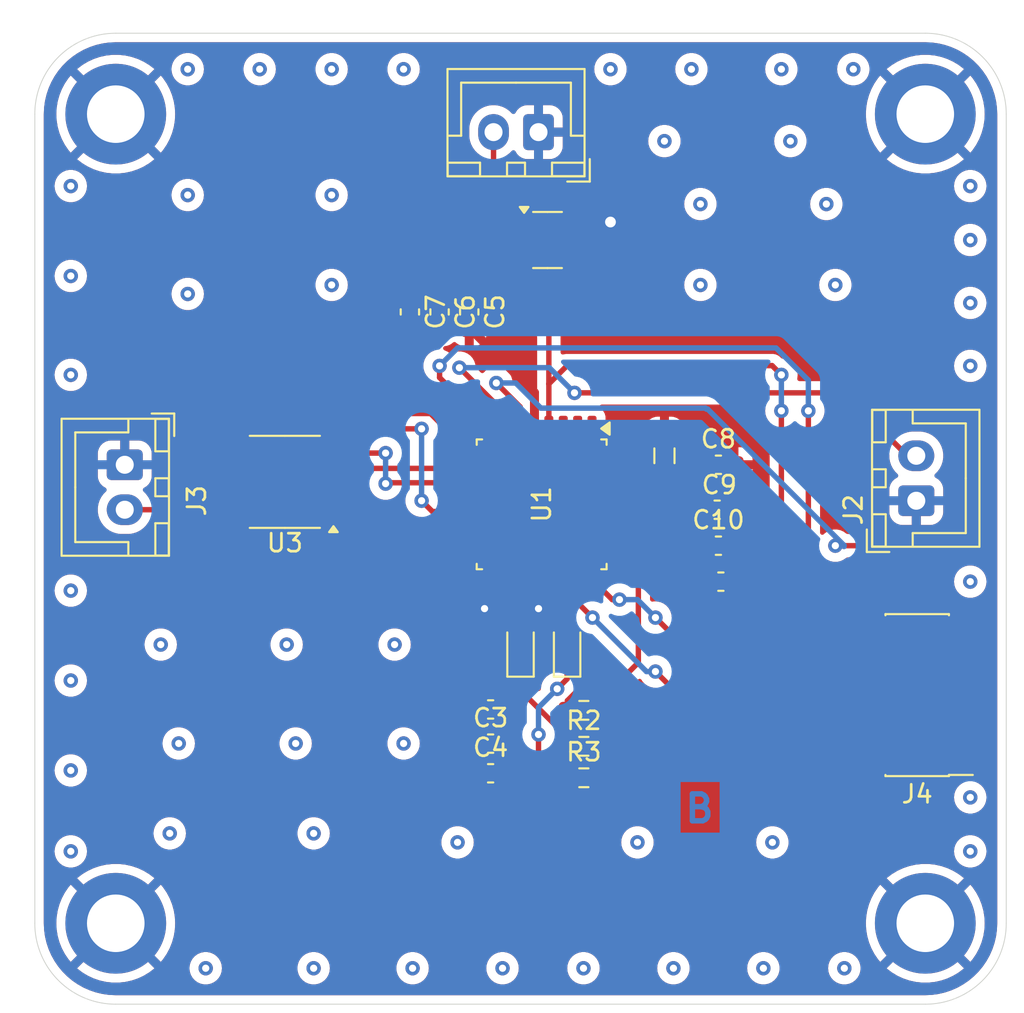
<source format=kicad_pcb>
(kicad_pcb (version 20240108) (generator "pcbnew") (generator_version "8.0")
  (layers (0 "F.Cu" signal) (31 "B.Cu" signal) (34 "B.Paste" user) (35 "F.Paste" user) (36 "B.SilkS" user "B.Silkscreen") (37 "F.SilkS" user "F.Silkscreen") (38 "B.Mask" user) (39 "F.Mask" user) (44 "Edge.Cuts" user))
  (net 0 "")
  (net 1 "GND")
  (net 2 "NRST")
  (net 3 "5V")
  (net 4 "/LED_Status")
  (net 5 "Net-(D1-K)")
  (net 6 "Net-(D2-K)")
  (net 7 "ADC_IN1")
  (net 8 "DAC_OUT")
  (net 10 "USART2_TX")
  (net 13 "SYS_SWCLK")
  (net 15 "SYS_SWDIO")
  (net 16 "USART2_RX")
  (net 18 "Net-(U1-PB9)")
  (net 20 "DAC_nCS")
  (net 22 "SPI1_MOSI")
  (net 30 "DAC_nLDAC")
  (net 36 "SPI1_SCK")
  (footprint "Diode_SMD:D_0603_1608Metric_Pad1.05x0.95mm_HandSolder" (layer "F.Cu") (at 145.09 74.625 90)
    (property "Reference" "D2" (hide yes))
    (property "Value" "LED" (hide yes))
    (fp_line (start 0.8 -0.735) (end -1.66 -0.735) (stroke (width 0.12)) (layer "F.SilkS"))
    (fp_line (start -1.66 -0.735) (end -1.66 0.735) (stroke (width 0.12)) (layer "F.SilkS"))
    (fp_line (start -1.66 0.735) (end 0.8 0.735) (stroke (width 0.12)) (layer "F.SilkS"))
    (pad "1" smd roundrect (at -0.875 0 90) (size 1.05 0.95) (layers "F.Cu" "F.Paste" "F.Mask") (net 6 "Net-(D2-K)"))
    (pad "2" smd roundrect (at 0.875 0 90) (size 1.05 0.95) (layers "F.Cu" "F.Paste" "F.Mask") (net 1 "GND"))
  )
  (footprint "Connector_JST:JST_XH_B2B-XH-A_1x02_P2.50mm_Vertical" (layer "F.Cu") (at 164.5 66.5 90)
    (property "Reference" "J2" (at -0.5 -3.5 90) (layer "F.SilkS"))
    (property "Value" "Analog input")
    (fp_line (start -1.6 -2.75) (end -2.85 -2.75) (stroke (width 0.12)) (layer "F.SilkS"))
    (fp_line (start -2.85 -2.75) (end -2.85 -1.5) (stroke (width 0.12)) (layer "F.SilkS"))
    (fp_line (start 5.06 -2.46) (end -2.56 -2.46) (stroke (width 0.12)) (layer "F.SilkS"))
    (fp_line (start -2.56 -2.46) (end -2.56 3.51) (stroke (width 0.12)) (layer "F.SilkS"))
    (fp_line (start 5.05 -2.45) (end 3.25 -2.45) (stroke (width 0.12)) (layer "F.SilkS"))
    (fp_line (start 3.25 -2.45) (end 3.25 -1.7) (stroke (width 0.12)) (layer "F.SilkS"))
    (fp_line (start 1.75 -2.45) (end 0.75 -2.45) (stroke (width 0.12)) (layer "F.SilkS"))
    (fp_line (start 0.75 -2.45) (end 0.75 -1.7) (stroke (width 0.12)) (layer "F.SilkS"))
    (fp_line (start -0.75 -2.45) (end -2.55 -2.45) (stroke (width 0.12)) (layer "F.SilkS"))
    (fp_line (start -2.55 -2.45) (end -2.55 -1.7) (stroke (width 0.12)) (layer "F.SilkS"))
    (fp_line (start 5.05 -1.7) (end 5.05 -2.45) (stroke (width 0.12)) (layer "F.SilkS"))
    (fp_line (start 3.25 -1.7) (end 5.05 -1.7) (stroke (width 0.12)) (layer "F.SilkS"))
    (fp_line (start 1.75 -1.7) (end 1.75 -2.45) (stroke (width 0.12)) (layer "F.SilkS"))
    (fp_line (start 0.75 -1.7) (end 1.75 -1.7) (stroke (width 0.12)) (layer "F.SilkS"))
    (fp_line (start -0.75 -1.7) (end -0.75 -2.45) (stroke (width 0.12)) (layer "F.SilkS"))
    (fp_line (start -2.55 -1.7) (end -0.75 -1.7) (stroke (width 0.12)) (layer "F.SilkS"))
    (fp_line (start 5.05 -0.2) (end 4.3 -0.2) (stroke (width 0.12)) (layer "F.SilkS"))
    (fp_line (start 4.3 -0.2) (end 4.3 2.75) (stroke (width 0.12)) (layer "F.SilkS"))
    (fp_line (start -1.8 -0.2) (end -1.8 2.75) (stroke (width 0.12)) (layer "F.SilkS"))
    (fp_line (start -2.55 -0.2) (end -1.8 -0.2) (stroke (width 0.12)) (layer "F.SilkS"))
    (fp_line (start 4.3 2.75) (end 1.25 2.75) (stroke (width 0.12)) (layer "F.SilkS"))
    (fp_line (start -1.8 2.75) (end 1.25 2.75) (stroke (width 0.12)) (layer "F.SilkS"))
    (fp_line (start 5.06 3.51) (end 5.06 -2.46) (stroke (width 0.12)) (layer "F.SilkS"))
    (fp_line (start -2.56 3.51) (end 5.06 3.51) (stroke (width 0.12)) (layer "F.SilkS"))
    (pad "1" thru_hole roundrect (at 0 0 90) (size 1.7 2) (drill 1) (layers "*.Cu" "*.Mask") (roundrect_rratio 0.147059) (net 1 "GND"))
    (pad "2" thru_hole oval (at 2.5 0 90) (size 1.7 2) (drill 1) (layers "*.Cu" "*.Mask") (net 7 "ADC_IN1"))
  )
  (footprint "Capacitor_SMD:C_0603_1608Metric_Pad1.08x0.95mm_HandSolder" (layer "F.Cu") (at 153.5 69)
    (property "Reference" "C10" (at 0 -1.43 0) (layer "F.SilkS"))
    (property "Value" "10u")
    (fp_line (start -0.146267 -0.51) (end 0.146267 -0.51) (stroke (width 0.12)) (layer "F.SilkS"))
    (fp_line (start -0.146267 0.51) (end 0.146267 0.51) (stroke (width 0.12)) (layer "F.SilkS"))
    (pad "1" smd roundrect (at -0.8625 0) (size 1.075 0.95) (layers "F.Cu" "F.Paste" "F.Mask") (net 1 "GND"))
    (pad "2" smd roundrect (at 0.8625 0) (size 1.075 0.95) (layers "F.Cu" "F.Paste" "F.Mask") (net 1 "GND"))
  )
  (footprint "Resistor_SMD:R_0603_1608Metric_Pad0.98x0.95mm_HandSolder" (layer "F.Cu") (at 146.02 78.1575)
    (property "Reference" "R1" (hide yes))
    (property "Value" "10k" (hide yes))
    (fp_line (start -0.254724 -0.5225) (end 0.254724 -0.5225) (stroke (width 0.12)) (layer "F.SilkS"))
    (fp_line (start -0.254724 0.5225) (end 0.254724 0.5225) (stroke (width 0.12)) (layer "F.SilkS"))
    (pad "1" smd roundrect (at -0.9125 0) (size 0.975 0.95) (layers "F.Cu" "F.Paste" "F.Mask") (net 18 "Net-(U1-PB9)"))
    (pad "2" smd roundrect (at 0.9125 0) (size 0.975 0.95) (layers "F.Cu" "F.Paste" "F.Mask") (net 1 "GND"))
  )
  (footprint "Connector_PinHeader_1.27mm:PinHeader_2x07_P1.27mm_Vertical_SMD" (layer "F.Cu") (at 164.55 77.31 180)
    (property "Reference" "J4" (at 0 -5.505 0) (layer "F.SilkS"))
    (property "Value" "ST-Link" (hide yes))
    (fp_line (start 1.765 4.44) (end 1.765 4.505) (stroke (width 0.12)) (layer "F.SilkS"))
    (fp_line (start 1.765 -4.505) (end 1.765 -4.44) (stroke (width 0.12)) (layer "F.SilkS"))
    (fp_line (start -1.765 4.505) (end 1.765 4.505) (stroke (width 0.12)) (layer "F.SilkS"))
    (fp_line (start -1.765 4.44) (end -1.765 4.505) (stroke (width 0.12)) (layer "F.SilkS"))
    (fp_line (start -1.765 -4.505) (end 1.765 -4.505) (stroke (width 0.12)) (layer "F.SilkS"))
    (fp_line (start -1.765 -4.505) (end -1.765 -4.44) (stroke (width 0.12)) (layer "F.SilkS"))
    (fp_line (start -3.09 -4.44) (end -1.765 -4.44) (stroke (width 0.12)) (layer "F.SilkS"))
    (pad "1" smd rect (at -1.95 -3.81 180) (size 2.4 0.74) (layers "F.Cu" "F.Paste" "F.Mask"))
    (pad "2" smd rect (at 1.95 -3.81 180) (size 2.4 0.74) (layers "F.Cu" "F.Paste" "F.Mask"))
    (pad "3" smd rect (at -1.95 -2.54 180) (size 2.4 0.74) (layers "F.Cu" "F.Paste" "F.Mask") (net 1 "GND"))
    (pad "4" smd rect (at 1.95 -2.54 180) (size 2.4 0.74) (layers "F.Cu" "F.Paste" "F.Mask") (net 15 "SYS_SWDIO"))
    (pad "5" smd rect (at -1.95 -1.27 180) (size 2.4 0.74) (layers "F.Cu" "F.Paste" "F.Mask") (net 1 "GND"))
    (pad "6" smd rect (at 1.95 -1.27 180) (size 2.4 0.74) (layers "F.Cu" "F.Paste" "F.Mask") (net 13 "SYS_SWCLK"))
    (pad "7" smd rect (at -1.95 0 180) (size 2.4 0.74) (layers "F.Cu" "F.Paste" "F.Mask") (net 1 "GND"))
    (pad "8" smd rect (at 1.95 0 180) (size 2.4 0.74) (layers "F.Cu" "F.Paste" "F.Mask"))
    (pad "9" smd rect (at -1.95 1.27 180) (size 2.4 0.74) (layers "F.Cu" "F.Paste" "F.Mask"))
    (pad "10" smd rect (at 1.95 1.27 180) (size 2.4 0.74) (layers "F.Cu" "F.Paste" "F.Mask"))
    (pad "11" smd rect (at -1.95 2.54 180) (size 2.4 0.74) (layers "F.Cu" "F.Paste" "F.Mask") (net 1 "GND"))
    (pad "12" smd rect (at 1.95 2.54 180) (size 2.4 0.74) (layers "F.Cu" "F.Paste" "F.Mask") (net 2 "NRST"))
    (pad "13" smd rect (at -1.95 3.81 180) (size 2.4 0.74) (layers "F.Cu" "F.Paste" "F.Mask") (net 16 "USART2_RX"))
    (pad "14" smd rect (at 1.95 3.81 180) (size 2.4 0.74) (layers "F.Cu" "F.Paste" "F.Mask") (net 10 "USART2_TX"))
  )
  (footprint "Capacitor_SMD:C_0603_1608Metric_Pad1.08x0.95mm_HandSolder" (layer "F.Cu") (at 138 56 -90)
    (property "Reference" "C6" (at 0 -1.43 -90) (layer "F.SilkS"))
    (property "Value" "100n")
    (fp_line (start -0.146267 0.51) (end 0.146267 0.51) (stroke (width 0.12)) (layer "F.SilkS"))
    (fp_line (start -0.146267 -0.51) (end 0.146267 -0.51) (stroke (width 0.12)) (layer "F.SilkS"))
    (pad "1" smd roundrect (at -0.8625 0 270) (size 1.075 0.95) (layers "F.Cu" "F.Paste" "F.Mask") (net 2 "NRST"))
    (pad "2" smd roundrect (at 0.8625 0 270) (size 1.075 0.95) (layers "F.Cu" "F.Paste" "F.Mask") (net 1 "GND"))
  )
  (footprint "Package_TO_SOT_SMD:SOT-23-5" (layer "F.Cu") (at 144 52)
    (property "Reference" "U2" (hide yes))
    (property "Value" "MCP1802x-xx02xOT" (hide yes))
    (fp_line (start 0 -1.56) (end -0.8 -1.56) (stroke (width 0.12)) (layer "F.SilkS"))
    (fp_line (start 0 -1.56) (end 0.8 -1.56) (stroke (width 0.12)) (layer "F.SilkS"))
    (fp_line (start 0 1.56) (end -0.8 1.56) (stroke (width 0.12)) (layer "F.SilkS"))
    (fp_line (start 0 1.56) (end 0.8 1.56) (stroke (width 0.12)) (layer "F.SilkS"))
    (fp_poly (pts (xy -1.3 -1.51) (xy -1.54 -1.84) (xy -1.06 -1.84) (xy -1.3 -1.51)) (stroke (width 0.12)) (fill solid) (layer "F.SilkS"))
    (pad "1" smd roundrect (at -1.1375 -0.95) (size 1.325 0.6) (layers "F.Cu" "F.Paste" "F.Mask") (net 3 "5V"))
    (pad "2" smd roundrect (at -1.1375 0) (size 1.325 0.6) (layers "F.Cu" "F.Paste" "F.Mask") (net 1 "GND"))
    (pad "3" smd roundrect (at -1.1375 0.95) (size 1.325 0.6) (layers "F.Cu" "F.Paste" "F.Mask") (net 3 "5V"))
    (pad "4" smd roundrect (at 1.1375 0.95) (size 1.325 0.6) (layers "F.Cu" "F.Paste" "F.Mask"))
    (pad "5" smd roundrect (at 1.1375 -0.95) (size 1.325 0.6) (layers "F.Cu" "F.Paste" "F.Mask") (net 1 "GND"))
  )
  (footprint "Diode_SMD:D_0603_1608Metric_Pad1.05x0.95mm_HandSolder" (layer "F.Cu") (at 142.5 74.625 90)
    (property "Reference" "D1" (hide yes))
    (property "Value" "LED" (hide yes))
    (fp_line (start 0.8 -0.735) (end -1.66 -0.735) (stroke (width 0.12)) (layer "F.SilkS"))
    (fp_line (start -1.66 -0.735) (end -1.66 0.735) (stroke (width 0.12)) (layer "F.SilkS"))
    (fp_line (start -1.66 0.735) (end 0.8 0.735) (stroke (width 0.12)) (layer "F.SilkS"))
    (pad "1" smd roundrect (at -0.875 0 90) (size 1.05 0.95) (layers "F.Cu" "F.Paste" "F.Mask") (net 5 "Net-(D1-K)"))
    (pad "2" smd roundrect (at 0.875 0 90) (size 1.05 0.95) (layers "F.Cu" "F.Paste" "F.Mask") (net 4 "/LED_Status"))
  )
  (footprint "Capacitor_SMD:C_0603_1608Metric_Pad1.08x0.95mm_HandSolder" (layer "F.Cu") (at 153.5 64.5)
    (property "Reference" "C8" (at 0 -1.43 0) (layer "F.SilkS"))
    (property "Value" "1u")
    (fp_line (start -0.146267 -0.51) (end 0.146267 -0.51) (stroke (width 0.12)) (layer "F.SilkS"))
    (fp_line (start -0.146267 0.51) (end 0.146267 0.51) (stroke (width 0.12)) (layer "F.SilkS"))
    (pad "1" smd roundrect (at -0.8625 0) (size 1.075 0.95) (layers "F.Cu" "F.Paste" "F.Mask") (net 1 "GND"))
    (pad "2" smd roundrect (at 0.8625 0) (size 1.075 0.95) (layers "F.Cu" "F.Paste" "F.Mask") (net 1 "GND"))
  )
  (footprint "Package_SO:SOIC-8_3.9x4.9mm_P1.27mm" (layer "F.Cu") (at 129.4 65.45 180)
    (property "Reference" "U3" (at 0 -3.4 180) (layer "F.SilkS"))
    (property "Value" "MCP4801")
    (fp_line (start 0 2.56) (end 1.95 2.56) (stroke (width 0.12)) (layer "F.SilkS"))
    (fp_line (start 0 2.56) (end -1.95 2.56) (stroke (width 0.12)) (layer "F.SilkS"))
    (fp_line (start 0 -2.56) (end 1.95 -2.56) (stroke (width 0.12)) (layer "F.SilkS"))
    (fp_line (start 0 -2.56) (end -1.95 -2.56) (stroke (width 0.12)) (layer "F.SilkS"))
    (fp_poly (pts (xy -2.7 -2.465) (xy -2.94 -2.795) (xy -2.46 -2.795) (xy -2.7 -2.465)) (stroke (width 0.12)) (fill solid) (layer "F.SilkS"))
    (pad "1" smd roundrect (at -2.475 -1.905 180) (size 1.95 0.6) (layers "F.Cu" "F.Paste" "F.Mask") (net 1 "GND"))
    (pad "2" smd roundrect (at -2.475 -0.635 180) (size 1.95 0.6) (layers "F.Cu" "F.Paste" "F.Mask") (net 20 "DAC_nCS"))
    (pad "3" smd roundrect (at -2.475 0.635 180) (size 1.95 0.6) (layers "F.Cu" "F.Paste" "F.Mask") (net 36 "SPI1_SCK"))
    (pad "4" smd roundrect (at -2.475 1.905 180) (size 1.95 0.6) (layers "F.Cu" "F.Paste" "F.Mask") (net 22 "SPI1_MOSI"))
    (pad "5" smd roundrect (at 2.475 1.905 180) (size 1.95 0.6) (layers "F.Cu" "F.Paste" "F.Mask") (net 30 "DAC_nLDAC"))
    (pad "6" smd roundrect (at 2.475 0.635 180) (size 1.95 0.6) (layers "F.Cu" "F.Paste" "F.Mask") (net 1 "GND"))
    (pad "7" smd roundrect (at 2.475 -0.635 180) (size 1.95 0.6) (layers "F.Cu" "F.Paste" "F.Mask") (net 1 "GND"))
    (pad "8" smd roundrect (at 2.475 -1.905 180) (size 1.95 0.6) (layers "F.Cu" "F.Paste" "F.Mask") (net 8 "DAC_OUT"))
  )
  (footprint "Capacitor_SMD:C_0603_1608Metric_Pad1.08x0.95mm_HandSolder" (layer "F.Cu") (at 136.35 56 -90)
    (property "Reference" "C7" (at 0 -1.43 -90) (layer "F.SilkS"))
    (property "Value" "1u")
    (fp_line (start -0.146267 0.51) (end 0.146267 0.51) (stroke (width 0.12)) (layer "F.SilkS"))
    (fp_line (start -0.146267 -0.51) (end 0.146267 -0.51) (stroke (width 0.12)) (layer "F.SilkS"))
    (pad "1" smd roundrect (at -0.8625 0 270) (size 1.075 0.95) (layers "F.Cu" "F.Paste" "F.Mask") (net 3 "5V"))
    (pad "2" smd roundrect (at 0.8625 0 270) (size 1.075 0.95) (layers "F.Cu" "F.Paste" "F.Mask") (net 1 "GND"))
  )
  (footprint "Capacitor_SMD:C_0603_1608Metric_Pad1.08x0.95mm_HandSolder" (layer "F.Cu") (at 140.8375 80.0075)
    (property "Reference" "C3" (at 0 -1.43 0) (layer "F.SilkS"))
    (property "Value" "100n")
    (fp_line (start -0.146267 -0.51) (end 0.146267 -0.51) (stroke (width 0.12)) (layer "F.SilkS"))
    (fp_line (start -0.146267 0.51) (end 0.146267 0.51) (stroke (width 0.12)) (layer "F.SilkS"))
    (pad "1" smd roundrect (at -0.8625 0) (size 1.075 0.95) (layers "F.Cu" "F.Paste" "F.Mask") (net 1 "GND"))
    (pad "2" smd roundrect (at 0.8625 0) (size 1.075 0.95) (layers "F.Cu" "F.Paste" "F.Mask") (net 1 "GND"))
  )
  (footprint "Connector_JST:JST_XH_B2B-XH-A_1x02_P2.50mm_Vertical" (layer "F.Cu") (at 143.5 46 180)
    (property "Reference" "J1" (hide yes))
    (property "Value" "Power")
    (fp_line (start 5.06 3.51) (end 5.06 -2.46) (stroke (width 0.12)) (layer "F.SilkS"))
    (fp_line (start 5.06 -2.46) (end -2.56 -2.46) (stroke (width 0.12)) (layer "F.SilkS"))
    (fp_line (start 5.05 -0.2) (end 4.3 -0.2) (stroke (width 0.12)) (layer "F.SilkS"))
    (fp_line (start 5.05 -1.7) (end 5.05 -2.45) (stroke (width 0.12)) (layer "F.SilkS"))
    (fp_line (start 5.05 -2.45) (end 3.25 -2.45) (stroke (width 0.12)) (layer "F.SilkS"))
    (fp_line (start 4.3 2.75) (end 1.25 2.75) (stroke (width 0.12)) (layer "F.SilkS"))
    (fp_line (start 4.3 -0.2) (end 4.3 2.75) (stroke (width 0.12)) (layer "F.SilkS"))
    (fp_line (start 3.25 -1.7) (end 5.05 -1.7) (stroke (width 0.12)) (layer "F.SilkS"))
    (fp_line (start 3.25 -2.45) (end 3.25 -1.7) (stroke (width 0.12)) (layer "F.SilkS"))
    (fp_line (start 1.75 -1.7) (end 1.75 -2.45) (stroke (width 0.12)) (layer "F.SilkS"))
    (fp_line (start 1.75 -2.45) (end 0.75 -2.45) (stroke (width 0.12)) (layer "F.SilkS"))
    (fp_line (start 0.75 -1.7) (end 1.75 -1.7) (stroke (width 0.12)) (layer "F.SilkS"))
    (fp_line (start 0.75 -2.45) (end 0.75 -1.7) (stroke (width 0.12)) (layer "F.SilkS"))
    (fp_line (start -0.75 -1.7) (end -0.75 -2.45) (stroke (width 0.12)) (layer "F.SilkS"))
    (fp_line (start -0.75 -2.45) (end -2.55 -2.45) (stroke (width 0.12)) (layer "F.SilkS"))
    (fp_line (start -1.6 -2.75) (end -2.85 -2.75) (stroke (width 0.12)) (layer "F.SilkS"))
    (fp_line (start -1.8 2.75) (end 1.25 2.75) (stroke (width 0.12)) (layer "F.SilkS"))
    (fp_line (start -1.8 -0.2) (end -1.8 2.75) (stroke (width 0.12)) (layer "F.SilkS"))
    (fp_line (start -2.55 -0.2) (end -1.8 -0.2) (stroke (width 0.12)) (layer "F.SilkS"))
    (fp_line (start -2.55 -1.7) (end -0.75 -1.7) (stroke (width 0.12)) (layer "F.SilkS"))
    (fp_line (start -2.55 -2.45) (end -2.55 -1.7) (stroke (width 0.12)) (layer "F.SilkS"))
    (fp_line (start -2.56 3.51) (end 5.06 3.51) (stroke (width 0.12)) (layer "F.SilkS"))
    (fp_line (start -2.56 -2.46) (end -2.56 3.51) (stroke (width 0.12)) (layer "F.SilkS"))
    (fp_line (start -2.85 -2.75) (end -2.85 -1.5) (stroke (width 0.12)) (layer "F.SilkS"))
    (pad "1" thru_hole roundrect (at 0 0 180) (size 1.7 2) (drill 1) (layers "*.Cu" "*.Mask") (roundrect_rratio 0.147059) (net 1 "GND"))
    (pad "2" thru_hole oval (at 2.5 0 180) (size 1.7 2) (drill 1) (layers "*.Cu" "*.Mask") (net 3 "5V"))
  )
  (footprint "Capacitor_SMD:C_0603_1608Metric_Pad1.08x0.95mm_HandSolder" (layer "F.Cu") (at 153.43 67)
    (property "Reference" "C9" (at 0.12 -1.38 0) (layer "F.SilkS"))
    (property "Value" "100n")
    (fp_line (start -0.146267 -0.51) (end 0.146267 -0.51) (stroke (width 0.12)) (layer "F.SilkS"))
    (fp_line (start -0.146267 0.51) (end 0.146267 0.51) (stroke (width 0.12)) (layer "F.SilkS"))
    (pad "1" smd roundrect (at -0.8625 0) (size 1.075 0.95) (layers "F.Cu" "F.Paste" "F.Mask") (net 1 "GND"))
    (pad "2" smd roundrect (at 0.8625 0) (size 1.075 0.95) (layers "F.Cu" "F.Paste" "F.Mask") (net 1 "GND"))
  )
  (footprint "Package_QFP:LQFP-32_7x7mm_P0.8mm" (layer "F.Cu") (at 143.675 66.7 -90)
    (property "Reference" "U1" (at 0 0 90) (layer "F.SilkS"))
    (property "Value" "STM32L021K4Tx" (hide yes))
    (fp_line (start -3.61 3.61) (end -3.61 3.31) (stroke (width 0.12)) (layer "F.SilkS"))
    (fp_line (start -3.31 3.61) (end -3.61 3.61) (stroke (width 0.12)) (layer "F.SilkS"))
    (fp_line (start 3.31 3.61) (end 3.61 3.61) (stroke (width 0.12)) (layer "F.SilkS"))
    (fp_line (start 3.61 3.61) (end 3.61 3.31) (stroke (width 0.12)) (layer "F.SilkS"))
    (fp_line (start -3.61 -3.61) (end -3.61 -3.31) (stroke (width 0.12)) (layer "F.SilkS"))
    (fp_line (start -3.31 -3.61) (end -3.61 -3.61) (stroke (width 0.12)) (layer "F.SilkS"))
    (fp_line (start 3.31 -3.61) (end 3.61 -3.61) (stroke (width 0.12)) (layer "F.SilkS"))
    (fp_line (start 3.61 -3.61) (end 3.61 -3.31) (stroke (width 0.12)) (layer "F.SilkS"))
    (fp_poly (pts (xy -4.2125 -3.31) (xy -4.5525 -3.78) (xy -3.8725 -3.78) (xy -4.2125 -3.31)) (stroke (width 0.12)) (fill solid) (layer "F.SilkS"))
    (pad "1" smd roundrect (at -4.175 -2.8 270) (size 1.5 0.5) (layers "F.Cu" "F.Paste" "F.Mask") (net 1 "GND"))
    (pad "2" smd roundrect (at -4.175 -2 270) (size 1.5 0.5) (layers "F.Cu" "F.Paste" "F.Mask"))
    (pad "3" smd roundrect (at -4.175 -1.2 270) (size 1.5 0.5) (layers "F.Cu" "F.Paste" "F.Mask"))
    (pad "4" smd roundrect (at -4.175 -0.4 270) (size 1.5 0.5) (layers "F.Cu" "F.Paste" "F.Mask") (net 2 "NRST"))
    (pad "5" smd roundrect (at -4.175 0.4 270) (size 1.5 0.5) (layers "F.Cu" "F.Paste" "F.Mask") (net 1 "GND"))
    (pad "6" smd roundrect (at -4.175 1.2 270) (size 1.5 0.5) (layers "F.Cu" "F.Paste" "F.Mask") (net 16 "USART2_RX"))
    (pad "7" smd roundrect (at -4.175 2 270) (size 1.5 0.5) (layers "F.Cu" "F.Paste" "F.Mask") (net 7 "ADC_IN1"))
    (pad "8" smd roundrect (at -4.175 2.8 270) (size 1.5 0.5) (layers "F.Cu" "F.Paste" "F.Mask") (net 10 "USART2_TX"))
    (pad "9" smd roundrect (at -2.8 4.175 270) (size 0.5 1.5) (layers "F.Cu" "F.Paste" "F.Mask") (net 30 "DAC_nLDAC"))
    (pad "10" smd roundrect (at -2 4.175 270) (size 0.5 1.5) (layers "F.Cu" "F.Paste" "F.Mask") (net 20 "DAC_nCS"))
    (pad "11" smd roundrect (at -1.2 4.175 270) (size 0.5 1.5) (layers "F.Cu" "F.Paste" "F.Mask") (net 36 "SPI1_SCK"))
    (pad "12" smd roundrect (at -0.4 4.175 270) (size 0.5 1.5) (layers "F.Cu" "F.Paste" "F.Mask"))
    (pad "13" smd roundrect (at 0.4 4.175 270) (size 0.5 1.5) (layers "F.Cu" "F.Paste" "F.Mask") (net 22 "SPI1_MOSI"))
    (pad "14" smd roundrect (at 1.2 4.175 270) (size 0.5 1.5) (layers "F.Cu" "F.Paste" "F.Mask"))
    (pad "15" smd roundrect (at 2 4.175 270) (size 0.5 1.5) (layers "F.Cu" "F.Paste" "F.Mask"))
    (pad "16" smd roundrect (at 2.8 4.175 270) (size 0.5 1.5) (layers "F.Cu" "F.Paste" "F.Mask") (net 1 "GND"))
    (pad "17" smd roundrect (at 4.175 2.8 270) (size 1.5 0.5) (layers "F.Cu" "F.Paste" "F.Mask") (net 1 "GND"))
    (pad "18" smd roundrect (at 4.175 2 270) (size 1.5 0.5) (layers "F.Cu" "F.Paste" "F.Mask") (net 4 "/LED_Status"))
    (pad "19" smd roundrect (at 4.175 1.2 270) (size 1.5 0.5) (layers "F.Cu" "F.Paste" "F.Mask"))
    (pad "20" smd roundrect (at 4.175 0.4 270) (size 1.5 0.5) (layers "F.Cu" "F.Paste" "F.Mask"))
    (pad "21" smd roundrect (at 4.175 -0.4 270) (size 1.5 0.5) (layers "F.Cu" "F.Paste" "F.Mask"))
    (pad "22" smd roundrect (at 4.175 -1.2 270) (size 1.5 0.5) (layers "F.Cu" "F.Paste" "F.Mask"))
    (pad "23" smd roundrect (at 4.175 -2 270) (size 1.5 0.5) (layers "F.Cu" "F.Paste" "F.Mask") (net 15 "SYS_SWDIO"))
    (pad "24" smd roundrect (at 4.175 -2.8 270) (size 1.5 0.5) (layers "F.Cu" "F.Paste" "F.Mask") (net 13 "SYS_SWCLK"))
    (pad "25" smd roundrect (at 2.8 -4.175 270) (size 0.5 1.5) (layers "F.Cu" "F.Paste" "F.Mask"))
    (pad "26" smd roundrect (at 2 -4.175 270) (size 0.5 1.5) (layers "F.Cu" "F.Paste" "F.Mask"))
    (pad "27" smd roundrect (at 1.2 -4.175 270) (size 0.5 1.5) (layers "F.Cu" "F.Paste" "F.Mask"))
    (pad "28" smd roundrect (at 0.4 -4.175 270) (size 0.5 1.5) (layers "F.Cu" "F.Paste" "F.Mask"))
    (pad "29" smd roundrect (at -0.4 -4.175 270) (size 0.5 1.5) (layers "F.Cu" "F.Paste" "F.Mask"))
    (pad "30" smd roundrect (at -1.2 -4.175 270) (size 0.5 1.5) (layers "F.Cu" "F.Paste" "F.Mask"))
    (pad "31" smd roundrect (at -2 -4.175 270) (size 0.5 1.5) (layers "F.Cu" "F.Paste" "F.Mask") (net 18 "Net-(U1-PB9)"))
    (pad "32" smd roundrect (at -2.8 -4.175 270) (size 0.5 1.5) (layers "F.Cu" "F.Paste" "F.Mask") (net 1 "GND"))
  )
  (footprint "Capacitor_SMD:C_0603_1608Metric_Pad1.08x0.95mm_HandSolder" (layer "F.Cu") (at 140.8375 78.1075)
    (property "Reference" "C2" (hide yes))
    (property "Value" "100n")
    (fp_line (start -0.146267 -0.51) (end 0.146267 -0.51) (stroke (width 0.12)) (layer "F.SilkS"))
    (fp_line (start -0.146267 0.51) (end 0.146267 0.51) (stroke (width 0.12)) (layer "F.SilkS"))
    (pad "1" smd roundrect (at -0.8625 0) (size 1.075 0.95) (layers "F.Cu" "F.Paste" "F.Mask") (net 1 "GND"))
    (pad "2" smd roundrect (at 0.8625 0) (size 1.075 0.95) (layers "F.Cu" "F.Paste" "F.Mask") (net 1 "GND"))
  )
  (footprint "Capacitor_SMD:C_0603_1608Metric_Pad1.08x0.95mm_HandSolder" (layer "F.Cu") (at 153.6375 71)
    (property "Reference" "C1" (hide yes))
    (property "Value" "10u" (hide yes))
    (fp_line (start -0.146267 -0.51) (end 0.146267 -0.51) (stroke (width 0.12)) (layer "F.SilkS"))
    (fp_line (start -0.146267 0.51) (end 0.146267 0.51) (stroke (width 0.12)) (layer "F.SilkS"))
    (pad "1" smd roundrect (at -0.8625 0) (size 1.075 0.95) (layers "F.Cu" "F.Paste" "F.Mask") (net 1 "GND"))
    (pad "2" smd roundrect (at 0.8625 0) (size 1.075 0.95) (layers "F.Cu" "F.Paste" "F.Mask") (net 1 "GND"))
  )
  (footprint "Resistor_SMD:R_0603_1608Metric_Pad0.98x0.95mm_HandSolder" (layer "F.Cu") (at 146.02 80.1575)
    (property "Reference" "R2" (at 0 -1.43 0) (layer "F.SilkS"))
    (property "Value" "1k")
    (fp_line (start -0.254724 -0.5225) (end 0.254724 -0.5225) (stroke (width 0.12)) (layer "F.SilkS"))
    (fp_line (start -0.254724 0.5225) (end 0.254724 0.5225) (stroke (width 0.12)) (layer "F.SilkS"))
    (pad "1" smd roundrect (at -0.9125 0) (size 0.975 0.95) (layers "F.Cu" "F.Paste" "F.Mask") (net 5 "Net-(D1-K)"))
    (pad "2" smd roundrect (at 0.9125 0) (size 0.975 0.95) (layers "F.Cu" "F.Paste" "F.Mask") (net 1 "GND"))
  )
  (footprint "Capacitor_SMD:C_0603_1608Metric_Pad1.08x0.95mm_HandSolder" (layer "F.Cu") (at 140.8375 81.6575)
    (property "Reference" "C4" (at 0 -1.43 0) (layer "F.SilkS"))
    (property "Value" "1u" (hide yes))
    (fp_line (start -0.146267 -0.51) (end 0.146267 -0.51) (stroke (width 0.12)) (layer "F.SilkS"))
    (fp_line (start -0.146267 0.51) (end 0.146267 0.51) (stroke (width 0.12)) (layer "F.SilkS"))
    (pad "1" smd roundrect (at -0.8625 0) (size 1.075 0.95) (layers "F.Cu" "F.Paste" "F.Mask") (net 1 "GND"))
    (pad "2" smd roundrect (at 0.8625 0) (size 1.075 0.95) (layers "F.Cu" "F.Paste" "F.Mask") (net 1 "GND"))
  )
  (footprint "MountingHole:MountingHole_3.2mm_M3_DIN965_Pad" (layer "F.Cu") (at 165 90)
    (property "Reference" "H2" (hide yes))
    (property "Value" "MountingHole_Pad" (hide yes))
    (pad "1" thru_hole circle (at 0 0) (size 5.6 5.6) (drill 3.2) (layers "*.Cu" "*.Mask") (net 1 "GND"))
  )
  (footprint "MountingHole:MountingHole_3.2mm_M3_DIN965_Pad" (layer "F.Cu") (at 120 90)
    (property "Reference" "H3" (hide yes))
    (property "Value" "MountingHole_Pad" (hide yes))
    (pad "1" thru_hole circle (at 0 0) (size 5.6 5.6) (drill 3.2) (layers "*.Cu" "*.Mask") (net 1 "GND"))
  )
  (footprint "MountingHole:MountingHole_3.2mm_M3_DIN965_Pad" (layer "F.Cu") (at 120 45)
    (property "Reference" "H1" (hide yes))
    (property "Value" "MountingHole_Pad")
    (pad "1" thru_hole circle (at 0 0) (size 5.6 5.6) (drill 3.2) (layers "*.Cu" "*.Mask") (net 1 "GND"))
  )
  (footprint "MountingHole:MountingHole_3.2mm_M3_DIN965_Pad" (layer "F.Cu") (at 165 45)
    (property "Reference" "H4" (hide yes))
    (property "Value" "MountingHole_Pad" (hide yes))
    (pad "1" thru_hole circle (at 0 0) (size 5.6 5.6) (drill 3.2) (layers "*.Cu" "*.Mask") (net 1 "GND"))
  )
  (footprint "Capacitor_SMD:C_0603_1608Metric_Pad1.08x0.95mm_HandSolder" (layer "F.Cu") (at 139.65 56 -90)
    (property "Reference" "C5" (at 0 -1.43 -90) (layer "F.SilkS"))
    (property "Value" "100n")
    (fp_line (start -0.146267 0.51) (end 0.146267 0.51) (stroke (width 0.12)) (layer "F.SilkS"))
    (fp_line (start -0.146267 -0.51) (end 0.146267 -0.51) (stroke (width 0.12)) (layer "F.SilkS"))
    (pad "1" smd roundrect (at -0.8625 0 270) (size 1.075 0.95) (layers "F.Cu" "F.Paste" "F.Mask") (net 1 "GND"))
    (pad "2" smd roundrect (at 0.8625 0 270) (size 1.075 0.95) (layers "F.Cu" "F.Paste" "F.Mask") (net 1 "GND"))
  )
  (footprint "Resistor_SMD:R_0603_1608Metric_Pad0.98x0.95mm_HandSolder" (layer "F.Cu") (at 146.02 81.9075)
    (property "Reference" "R3" (at 0 -1.43 0) (layer "F.SilkS"))
    (property "Value" "1k" (hide yes))
    (fp_line (start -0.254724 -0.5225) (end 0.254724 -0.5225) (stroke (width 0.12)) (layer "F.SilkS"))
    (fp_line (start -0.254724 0.5225) (end 0.254724 0.5225) (stroke (width 0.12)) (layer "F.SilkS"))
    (pad "1" smd roundrect (at -0.9125 0) (size 0.975 0.95) (layers "F.Cu" "F.Paste" "F.Mask") (net 6 "Net-(D2-K)"))
    (pad "2" smd roundrect (at 0.9125 0) (size 0.975 0.95) (layers "F.Cu" "F.Paste" "F.Mask") (net 1 "GND"))
  )
  (footprint "Inductor_SMD:L_0805_2012Metric_Pad1.05x1.20mm_HandSolder" (layer "F.Cu") (at 150.5 64 90)
    (property "Reference" "L1" (hide yes))
    (property "Value" "39n" (hide yes))
    (fp_line (start -0.410242 -0.56) (end 0.410242 -0.56) (stroke (width 0.12)) (layer "F.SilkS"))
    (fp_line (start -0.410242 0.56) (end 0.410242 0.56) (stroke (width 0.12)) (layer "F.SilkS"))
    (pad "1" smd roundrect (at -1.15 0 90) (size 1.05 1.2) (layers "F.Cu" "F.Paste" "F.Mask") (roundrect_rratio 0.238095) (net 1 "GND"))
    (pad "2" smd roundrect (at 1.15 0 90) (size 1.05 1.2) (layers "F.Cu" "F.Paste" "F.Mask") (roundrect_rratio 0.238095) (net 1 "GND"))
  )
  (footprint "Connector_JST:JST_XH_B2B-XH-A_1x02_P2.50mm_Vertical" (layer "F.Cu") (at 120.5 64.5 -90)
    (property "Reference" "J3" (at 2 -4 90) (layer "F.SilkS"))
    (property "Value" "Analog output")
    (fp_line (start -2.56 3.51) (end 5.06 3.51) (stroke (width 0.12)) (layer "F.SilkS"))
    (fp_line (start 5.06 3.51) (end 5.06 -2.46) (stroke (width 0.12)) (layer "F.SilkS"))
    (fp_line (start -1.8 2.75) (end 1.25 2.75) (stroke (width 0.12)) (layer "F.SilkS"))
    (fp_line (start 4.3 2.75) (end 1.25 2.75) (stroke (width 0.12)) (layer "F.SilkS"))
    (fp_line (start -2.55 -0.2) (end -1.8 -0.2) (stroke (width 0.12)) (layer "F.SilkS"))
    (fp_line (start -1.8 -0.2) (end -1.8 2.75) (stroke (width 0.12)) (layer "F.SilkS"))
    (fp_line (start 4.3 -0.2) (end 4.3 2.75) (stroke (width 0.12)) (layer "F.SilkS"))
    (fp_line (start 5.05 -0.2) (end 4.3 -0.2) (stroke (width 0.12)) (layer "F.SilkS"))
    (fp_line (start -2.55 -1.7) (end -0.75 -1.7) (stroke (width 0.12)) (layer "F.SilkS"))
    (fp_line (start -0.75 -1.7) (end -0.75 -2.45) (stroke (width 0.12)) (layer "F.SilkS"))
    (fp_line (start 0.75 -1.7) (end 1.75 -1.7) (stroke (width 0.12)) (layer "F.SilkS"))
    (fp_line (start 1.75 -1.7) (end 1.75 -2.45) (stroke (width 0.12)) (layer "F.SilkS"))
    (fp_line (start 3.25 -1.7) (end 5.05 -1.7) (stroke (width 0.12)) (layer "F.SilkS"))
    (fp_line (start 5.05 -1.7) (end 5.05 -2.45) (stroke (width 0.12)) (layer "F.SilkS"))
    (fp_line (start -2.55 -2.45) (end -2.55 -1.7) (stroke (width 0.12)) (layer "F.SilkS"))
    (fp_line (start -0.75 -2.45) (end -2.55 -2.45) (stroke (width 0.12)) (layer "F.SilkS"))
    (fp_line (start 0.75 -2.45) (end 0.75 -1.7) (stroke (width 0.12)) (layer "F.SilkS"))
    (fp_line (start 1.75 -2.45) (end 0.75 -2.45) (stroke (width 0.12)) (layer "F.SilkS"))
    (fp_line (start 3.25 -2.45) (end 3.25 -1.7) (stroke (width 0.12)) (layer "F.SilkS"))
    (fp_line (start 5.05 -2.45) (end 3.25 -2.45) (stroke (width 0.12)) (layer "F.SilkS"))
    (fp_line (start -2.56 -2.46) (end -2.56 3.51) (stroke (width 0.12)) (layer "F.SilkS"))
    (fp_line (start 5.06 -2.46) (end -2.56 -2.46) (stroke (width 0.12)) (layer "F.SilkS"))
    (fp_line (start -2.85 -2.75) (end -2.85 -1.5) (stroke (width 0.12)) (layer "F.SilkS"))
    (fp_line (start -1.6 -2.75) (end -2.85 -2.75) (stroke (width 0.12)) (layer "F.SilkS"))
    (pad "1" thru_hole roundrect (at 0 0 270) (size 1.7 2) (drill 1) (layers "*.Cu" "*.Mask") (roundrect_rratio 0.147059) (net 1 "GND"))
    (pad "2" thru_hole oval (at 2.5 0 270) (size 1.7 2) (drill 1) (layers "*.Cu" "*.Mask") (net 8 "DAC_OUT"))
  )
  (gr_arc (start 169.5 90) (mid 168.181981 93.181981) (end 165 94.5) (stroke (width 0.05)) (layer "Edge.Cuts"))
  (gr_line (start 115.5 45) (end 115.5 90) (stroke (width 0.05)) (layer "Edge.Cuts"))
  (gr_line (start 120 40.5) (end 165 40.5) (stroke (width 0.05)) (layer "Edge.Cuts"))
  (gr_arc (start 115.5 45) (mid 116.818019 41.818019) (end 120 40.5) (stroke (width 0.05)) (layer "Edge.Cuts"))
  (gr_line (start 120 94.5) (end 165 94.5) (stroke (width 0.05)) (layer "Edge.Cuts"))
  (gr_line (start 169.5 45) (end 169.5 90) (stroke (width 0.05)) (layer "Edge.Cuts"))
  (gr_arc (start 165 40.5) (mid 168.181981 41.818019) (end 169.5 45) (stroke (width 0.05)) (layer "Edge.Cuts"))
  (gr_arc (start 120 94.5) (mid 116.818019 93.181981) (end 115.5 90) (stroke (width 0.05)) (layer "Edge.Cuts"))
  (gr_text "T" (at 127.5 47.5 0) (layer "F.Cu") (effects (font (size 1.5 1.5) (thickness 0.3) (bold yes)) (justify left bottom)))
  (gr_text "MEKDACHE Agheles" (at 138.5 89.5 0) (layer "F.Cu") (effects (font (size 1.5 1.5) (thickness 0.3) (bold yes)) (justify left bottom)))
  (gr_text "B" (at 151.5 84.5 0) (layer "B.Cu") (effects (font (size 1.5 1.5) (thickness 0.3) (bold yes)) (justify left bottom)))
  (via (at 136 80) (size 0.8) (drill 0.4) (layers "F.Cu" "B.Cu") (net 0))
  (via (at 160 54.5) (size 0.8) (drill 0.4) (layers "F.Cu" "B.Cu") (net 0))
  (via (at 124 42.5) (size 0.8) (drill 0.4) (layers "F.Cu" "B.Cu") (net 0))
  (via (at 130 80) (size 0.8) (drill 0.4) (layers "F.Cu" "B.Cu") (net 0))
  (via (at 129.5 74.5) (size 0.8) (drill 0.4) (layers "F.Cu" "B.Cu") (net 0))
  (via (at 159.5 50) (size 0.8) (drill 0.4) (layers "F.Cu" "B.Cu") (net 0))
  (via (at 123 85) (size 0.8) (drill 0.4) (layers "F.Cu" "B.Cu") (net 0))
  (via (at 124 55) (size 0.8) (drill 0.4) (layers "F.Cu" "B.Cu") (net 0))
  (via (at 161 42.5) (size 0.8) (drill 0.4) (layers "F.Cu" "B.Cu") (net 0))
  (via (at 167.5 49) (size 0.8) (drill 0.4) (layers "F.Cu" "B.Cu") (net 0))
  (via (at 141.5 92.5) (size 0.8) (drill 0.4) (layers "F.Cu" "B.Cu") (net 0))
  (via (at 156 92.5) (size 0.8) (drill 0.4) (layers "F.Cu" "B.Cu") (net 0))
  (via (at 152 42.5) (size 0.8) (drill 0.4) (layers "F.Cu" "B.Cu") (net 0))
  (via (at 132 49.5) (size 0.8) (drill 0.4) (layers "F.Cu" "B.Cu") (net 0))
  (via (at 150.5 46.5) (size 0.8) (drill 0.4) (layers "F.Cu" "B.Cu") (net 0))
  (via (at 167.5 52) (size 0.8) (drill 0.4) (layers "F.Cu" "B.Cu") (net 0))
  (via (at 147.5 42.5) (size 0.8) (drill 0.4) (layers "F.Cu" "B.Cu") (net 0))
  (via (at 167.5 86) (size 0.8) (drill 0.4) (layers "F.Cu" "B.Cu") (net 0))
  (via (at 167.5 71) (size 0.8) (drill 0.4) (layers "F.Cu" "B.Cu") (net 0))
  (via (at 124 49.5) (size 0.8) (drill 0.4) (layers "F.Cu" "B.Cu") (net 0))
  (via (at 167.5 55.5) (size 0.8) (drill 0.4) (layers "F.Cu" "B.Cu") (net 0))
  (via (at 117.5 54) (size 0.8) (drill 0.4) (layers "F.Cu" "B.Cu") (net 0))
  (via (at 152.5 50) (size 0.8) (drill 0.4) (layers "F.Cu" "B.Cu") (net 0))
  (via (at 160.5 92.5) (size 0.8) (drill 0.4) (layers "F.Cu" "B.Cu") (net 0))
  (via (at 117.5 86) (size 0.8) (drill 0.4) (layers "F.Cu" "B.Cu") (net 0))
  (via (at 132 54.5) (size 0.8) (drill 0.4) (layers "F.Cu" "B.Cu") (net 0))
  (via (at 128 42.5) (size 0.8) (drill 0.4) (layers "F.Cu" "B.Cu") (net 0))
  (via (at 157 42.5) (size 0.8) (drill 0.4) (layers "F.Cu" "B.Cu") (net 0))
  (via (at 117.5 81.5) (size 0.8) (drill 0.4) (layers "F.Cu" "B.Cu") (net 0))
  (via (at 167.5 83) (size 0.8) (drill 0.4) (layers "F.Cu" "B.Cu") (net 0))
  (via (at 139 85.5) (size 0.8) (drill 0.4) (layers "F.Cu" "B.Cu") (net 0))
  (via (at 136 42.5) (size 0.8) (drill 0.4) (layers "F.Cu" "B.Cu") (net 0))
  (via (at 122.5 74.5) (size 0.8) (drill 0.4) (layers "F.Cu" "B.Cu") (net 0))
  (via (at 146 92.5) (size 0.8) (drill 0.4) (layers "F.Cu" "B.Cu") (net 0))
  (via (at 117.5 49) (size 0.8) (drill 0.4) (layers "F.Cu" "B.Cu") (net 0))
  (via (at 135.5 74.5) (size 0.8) (drill 0.4) (layers "F.Cu" "B.Cu") (net 0))
  (via (at 156.5 85.5) (size 0.8) (drill 0.4) (layers "F.Cu" "B.Cu") (net 0))
  (via (at 117.5 71.5) (size 0.8) (drill 0.4) (layers "F.Cu" "B.Cu") (net 0))
  (via (at 131 92.5) (size 0.8) (drill 0.4) (layers "F.Cu" "B.Cu") (net 0))
  (via (at 167.5 59) (size 0.8) (drill 0.4) (layers "F.Cu" "B.Cu") (net 0))
  (via (at 117.5 59.5) (size 0.8) (drill 0.4) (layers "F.Cu" "B.Cu") (net 0))
  (via (at 149 85.5) (size 0.8) (drill 0.4) (layers "F.Cu" "B.Cu") (net 0))
  (via (at 125 92.5) (size 0.8) (drill 0.4) (layers "F.Cu" "B.Cu") (net 0))
  (via (at 132 42.5) (size 0.8) (drill 0.4) (layers "F.Cu" "B.Cu") (net 0))
  (via (at 157.5 46.5) (size 0.8) (drill 0.4) (layers "F.Cu" "B.Cu") (net 0))
  (via (at 152.5 54.5) (size 0.8) (drill 0.4) (layers "F.Cu" "B.Cu") (net 0))
  (via (at 136.5 92.5) (size 0.8) (drill 0.4) (layers "F.Cu" "B.Cu") (net 0))
  (via (at 151 92.5) (size 0.8) (drill 0.4) (layers "F.Cu" "B.Cu") (net 0))
  (via (at 131 85) (size 0.8) (drill 0.4) (layers "F.Cu" "B.Cu") (net 0))
  (via (at 123.5 80) (size 0.8) (drill 0.4) (layers "F.Cu" "B.Cu") (net 0))
  (via (at 117.5 76.5) (size 0.8) (drill 0.4) (layers "F.Cu" "B.Cu") (net 0))
  (segment (start 143.275 60.4875) (end 139.65 56.8625) (width 0.5) (layer "F.Cu") (net 1))
  (segment (start 145.1375 51.05) (end 147.45 51.05) (width 0.5) (layer "F.Cu") (net 1))
  (segment (start 140.5 72.5) (end 140.5 71.25) (width 0.3) (layer "F.Cu") (net 1))
  (segment (start 145.09 73.75) (end 144.75 73.75) (width 0.3) (layer "F.Cu") (net 1))
  (segment (start 150.5 62.85) (end 146.8 62.85) (width 0.5) (layer "F.Cu") (net 1))
  (segment (start 146.8 62.85) (end 146.475 62.525) (width 0.5) (layer "F.Cu") (net 1))
  (segment (start 144.75 73.75) (end 143.5 72.5) (width 0.3) (layer "F.Cu") (net 1))
  (segment (start 143.275 62.525) (end 143.275 60.4875) (width 0.5) (layer "F.Cu") (net 1))
  (segment (start 147.45 51.05) (end 147.5 51) (width 0.5) (layer "F.Cu") (net 1))
  (segment (start 140.5 71.25) (end 140.875 70.875) (width 0.3) (layer "F.Cu") (net 1))
  (via (at 143.5 72.5) (size 0.8) (drill 0.4) (layers "F.Cu" "B.Cu") (net 1))
  (via (at 140.5 72.5) (size 0.8) (drill 0.4) (layers "F.Cu" "B.Cu") (net 1))
  (via (at 147.5 51) (size 1.2) (drill 0.6) (layers "F.Cu" "B.Cu") (net 1))
  (segment (start 143.5 72.5) (end 140.5 72.5) (width 0.3) (layer "B.Cu") (net 1))
  (segment (start 157 59.5) (end 156.4875 58.9875) (width 0.3) (layer "F.Cu") (net 2))
  (segment (start 144.075 60) (end 144.075 57.075) (width 0.3) (layer "F.Cu") (net 2))
  (segment (start 156.4875 58.9875) (end 145.0875 58.9875) (width 0.3) (layer "F.Cu") (net 2))
  (segment (start 141.149264 54.149264) (end 138.988236 54.149264) (width 0.3) (layer "F.Cu") (net 2))
  (segment (start 138.988236 54.149264) (end 138 55.1375) (width 0.3) (layer "F.Cu") (net 2))
  (segment (start 144.075 57.075) (end 141.149264 54.149264) (width 0.3) (layer "F.Cu") (net 2))
  (segment (start 161.1 74.77) (end 157 70.67) (width 0.3) (layer "F.Cu") (net 2))
  (segment (start 157 70.67) (end 157 61.5) (width 0.3) (layer "F.Cu") (net 2))
  (segment (start 145.0875 58.9875) (end 144.075 60) (width 0.3) (layer "F.Cu") (net 2))
  (segment (start 144.075 62.525) (end 144.075 60) (width 0.3) (layer "F.Cu") (net 2))
  (segment (start 162.6 74.77) (end 161.1 74.77) (width 0.3) (layer "F.Cu") (net 2))
  (via (at 157 59.5) (size 0.8) (drill 0.4) (layers "F.Cu" "B.Cu") (net 2))
  (via (at 157 61.5) (size 0.8) (drill 0.4) (layers "F.Cu" "B.Cu") (net 2))
  (segment (start 157 61.5) (end 157 59.5) (width 0.3) (layer "B.Cu") (net 2))
  (segment (start 141 52.95) (end 138.5 52.95) (width 0.3) (layer "F.Cu") (net 3))
  (segment (start 139.45 51.05) (end 138.5 52) (width 0.3) (layer "F.Cu") (net 3))
  (segment (start 142.8625 51.05) (end 139.45 51.05) (width 0.3) (layer "F.Cu") (net 3))
  (segment (start 136.35 53.65) (end 136.35 55.1375) (width 0.3) (layer "F.Cu") (net 3))
  (segment (start 142.8625 52.95) (end 141 52.95) (width 0.3) (layer "F.Cu") (net 3))
  (segment (start 141 49.1875) (end 142.8625 51.05) (width 0.3) (layer "F.Cu") (net 3))
  (segment (start 138.5 52) (end 138.5 52.95) (width 0.3) (layer "F.Cu") (net 3))
  (segment (start 137.05 52.95) (end 136.35 53.65) (width 0.3) (layer "F.Cu") (net 3))
  (segment (start 141 46) (end 141 49.1875) (width 0.3) (layer "F.Cu") (net 3))
  (segment (start 138.5 52.95) (end 137.05 52.95) (width 0.3) (layer "F.Cu") (net 3))
  (segment (start 141.775 70.975) (end 141.775 73.025) (width 0.3) (layer "F.Cu") (net 4))
  (segment (start 141.675 70.875) (end 141.775 70.975) (width 0.3) (layer "F.Cu") (net 4))
  (segment (start 141.775 73.025) (end 142.5 73.75) (width 0.3) (layer "F.Cu") (net 4))
  (segment (start 142.5 77.045) (end 142.5 75.5) (width 0.3) (layer "F.Cu") (net 5))
  (segment (start 145.6125 80.1575) (end 142.5 77.045) (width 0.3) (layer "F.Cu") (net 5))
  (segment (start 143.5 81) (end 144.4075 81.9075) (width 0.3) (layer "F.Cu") (net 6))
  (segment (start 144.539271 76.96073) (end 145.09 76.410001) (width 0.3) (layer "F.Cu") (net 6))
  (segment (start 144.4075 81.9075) (end 145.1075 81.9075) (width 0.3) (layer "F.Cu") (net 6))
  (segment (start 143.5 79.5) (end 143.5 81) (width 0.3) (layer "F.Cu") (net 6))
  (segment (start 145.09 76.410001) (end 145.09 75.5) (width 0.3) (layer "F.Cu") (net 6))
  (via (at 144.539271 76.96073) (size 0.8) (drill 0.4) (layers "F.Cu" "B.Cu") (net 6))
  (via (at 143.5 79.5) (size 0.8) (drill 0.4) (layers "F.Cu" "B.Cu") (net 6))
  (segment (start 144.539271 76.96073) (end 143.5 78.000001) (width 0.3) (layer "B.Cu") (net 6))
  (segment (start 143.5 78.000001) (end 143.5 79.5) (width 0.3) (layer "B.Cu") (net 6))
  (segment (start 141.675 61.675) (end 141.675 62.525) (width 0.3) (layer "F.Cu") (net 7))
  (segment (start 139.101041 59.101041) (end 141.675 61.675) (width 0.3) (layer "F.Cu") (net 7))
  (segment (start 164.5 64) (end 164 64) (width 0.3) (layer "F.Cu") (net 7))
  (segment (start 160.5 60.5) (end 145.5 60.5) (width 0.3) (layer "F.Cu") (net 7))
  (segment (start 164 64) (end 160.5 60.5) (width 0.3) (layer "F.Cu") (net 7))
  (via (at 139.101041 59.101041) (size 0.8) (drill 0.4) (layers "F.Cu" "B.Cu") (net 7))
  (via (at 145.5 60.5) (size 0.8) (drill 0.4) (layers "F.Cu" "B.Cu") (net 7))
  (segment (start 139.101041 59.101041) (end 144.101041 59.101041) (width 0.3) (layer "B.Cu") (net 7))
  (segment (start 144.101041 59.101041) (end 145.5 60.5) (width 0.3) (layer "B.Cu") (net 7))
  (segment (start 120.5 67) (end 123 67) (width 0.3) (layer "F.Cu") (net 8))
  (segment (start 123 67) (end 123.355 67.355) (width 0.3) (layer "F.Cu") (net 8))
  (segment (start 123.355 67.355) (end 126.925 67.355) (width 0.3) (layer "F.Cu") (net 8))
  (segment (start 162 73.5) (end 162.6 73.5) (width 0.3) (layer "F.Cu") (net 10))
  (segment (start 138 59) (end 138 59.65) (width 0.3) (layer "F.Cu") (net 10))
  (segment (start 158.5 70) (end 162 73.5) (width 0.3) (layer "F.Cu") (net 10))
  (segment (start 158.5 61.5) (end 158.5 70) (width 0.3) (layer "F.Cu") (net 10))
  (segment (start 138 59.65) (end 140.875 62.525) (width 0.3) (layer "F.Cu") (net 10))
  (via (at 138 59) (size 0.8) (drill 0.4) (layers "F.Cu" "B.Cu") (net 10))
  (via (at 158.5 61.5) (size 0.8) (drill 0.4) (layers "F.Cu" "B.Cu") (net 10))
  (segment (start 158.5 59.797918) (end 156.702082 58) (width 0.3) (layer "B.Cu") (net 10))
  (segment (start 139 58) (end 156.601041 58) (width 0.3) (layer "B.Cu") (net 10))
  (segment (start 138 59) (end 139 58) (width 0.3) (layer "B.Cu") (net 10))
  (segment (start 158.5 61.5) (end 158.5 59.797918) (width 0.3) (layer "B.Cu") (net 10))
  (segment (start 147.6 72) (end 148 72) (width 0.3) (layer "F.Cu") (net 13))
  (segment (start 155.58 78.58) (end 162.6 78.58) (width 0.3) (layer "F.Cu") (net 13))
  (segment (start 150 73) (end 155.58 78.58) (width 0.3) (layer "F.Cu") (net 13))
  (segment (start 146.475 70.875) (end 147.6 72) (width 0.3) (layer "F.Cu") (net 13))
  (via (at 150 73) (size 0.8) (drill 0.4) (layers "F.Cu" "B.Cu") (net 13))
  (via (at 148 72) (size 0.8) (drill 0.4) (layers "F.Cu" "B.Cu") (net 13))
  (segment (start 149 72) (end 150 73) (width 0.3) (layer "B.Cu") (net 13))
  (segment (start 148 72) (end 149 72) (width 0.3) (layer "B.Cu") (net 13))
  (segment (start 150 76) (end 153.85 79.85) (width 0.3) (layer "F.Cu") (net 15))
  (segment (start 153.85 79.85) (end 162.6 79.85) (width 0.3) (layer "F.Cu") (net 15))
  (segment (start 145.675 70.875) (end 145.675 72.175) (width 0.3) (layer "F.Cu") (net 15))
  (segment (start 145.675 72.175) (end 146.5 73) (width 0.3) (layer "F.Cu") (net 15))
  (via (at 146.5 73) (size 0.8) (drill 0.4) (layers "F.Cu" "B.Cu") (net 15))
  (via (at 150 76) (size 0.8) (drill 0.4) (layers "F.Cu" "B.Cu") (net 15))
  (segment (start 146.5 73) (end 149.5 76) (width 0.3) (layer "B.Cu") (net 15))
  (segment (start 149.5 76) (end 150 76) (width 0.3) (layer "B.Cu") (net 15))
  (segment (start 142.475 62.525) (end 142.475 61.272919) (width 0.3) (layer "F.Cu") (net 16))
  (segment (start 160 69) (end 162 69) (width 0.3) (layer "F.Cu") (net 16))
  (segment (start 142.475 61.272919) (end 141.153122 59.951041) (width 0.3) (layer "F.Cu") (net 16))
  (segment (start 162 69) (end 166.5 73.5) (width 0.3) (layer "F.Cu") (net 16))
  (via (at 141.153122 59.951041) (size 0.8) (drill 0.4) (layers "F.Cu" "B.Cu") (net 16))
  (via (at 160 69) (size 0.8) (drill 0.4) (layers "F.Cu" "B.Cu") (net 16))
  (segment (start 160.4825 68.9825) (end 160.4825 69.05) (width 0.3) (layer "B.Cu") (net 16))
  (segment (start 141.153122 59.951041) (end 142.232949 59.951041) (width 0.3) (layer "B.Cu") (net 16))
  (segment (start 152.9 61.4) (end 160.4825 68.9825) (width 0.3) (layer "B.Cu") (net 16))
  (segment (start 143.631908 61.35) (end 152.7825 61.35) (width 0.3) (layer "B.Cu") (net 16))
  (segment (start 152.8325 61.4) (end 152.9 61.4) (width 0.3) (layer "B.Cu") (net 16))
  (segment (start 152.7825 61.35) (end 152.8325 61.4) (width 0.3) (layer "B.Cu") (net 16))
  (segment (start 142.232949 59.951041) (end 143.631908 61.35) (width 0.3) (layer "B.Cu") (net 16))
  (segment (start 149.05 65.05) (end 148.7 64.7) (width 0.3) (layer "F.Cu") (net 18))
  (segment (start 148.05 76.5) (end 149.05 75.5) (width 0.3) (layer "F.Cu") (net 18))
  (segment (start 145.1075 77.6175) (end 145.1075 78.1575) (width 0.3) (layer "F.Cu") (net 18))
  (segment (start 146.225 76.5) (end 145.1075 77.6175) (width 0.3) (layer "F.Cu") (net 18))
  (segment (start 148.7 64.7) (end 147.85 64.7) (width 0.3) (layer "F.Cu") (net 18))
  (segment (start 149.05 75.5) (end 149.05 65.05) (width 0.3) (layer "F.Cu") (net 18))
  (segment (start 146.225 76.5) (end 148.05 76.5) (width 0.3) (layer "F.Cu") (net 18))
  (segment (start 134.3 64.7) (end 132.915 66.085) (width 0.3) (layer "F.Cu") (net 20))
  (segment (start 139.5 64.7) (end 134.3 64.7) (width 0.3) (layer "F.Cu") (net 20))
  (segment (start 132.915 66.085) (end 131.875 66.085) (width 0.3) (layer "F.Cu") (net 20))
  (segment (start 137 62.5) (end 132.92 62.5) (width 0.3) (layer "F.Cu") (net 22))
  (segment (start 140.266638 67.1) (end 137.6 67.1) (width 0.3) (layer "F.Cu") (net 22))
  (segment (start 139.5 67.1) (end 140.266638 67.1) (width 0.3) (layer "F.Cu") (net 22))
  (segment (start 137.6 67.1) (end 137 66.5) (width 0.3) (layer "F.Cu") (net 22))
  (segment (start 132.92 62.5) (end 131.875 63.545) (width 0.3) (layer "F.Cu") (net 22))
  (via (at 137 62.5) (size 0.8) (drill 0.4) (layers "F.Cu" "B.Cu") (net 22))
  (via (at 137 66.5) (size 0.8) (drill 0.4) (layers "F.Cu" "B.Cu") (net 22))
  (segment (start 137 66.5) (end 137 62.5) (width 0.3) (layer "B.Cu") (net 22))
  (segment (start 137.499999 61.65) (end 128.82 61.65) (width 0.3) (layer "F.Cu") (net 30))
  (segment (start 139.5 63.650001) (end 137.499999 61.65) (width 0.3) (layer "F.Cu") (net 30))
  (segment (start 139.5 63.9) (end 139.5 63.650001) (width 0.3) (layer "F.Cu") (net 30))
  (segment (start 128.82 61.65) (end 126.925 63.545) (width 0.3) (layer "F.Cu") (net 30))
  (segment (start 139.5 65.5) (end 135.05 65.5) (width 0.3) (layer "F.Cu") (net 36))
  (segment (start 133.814999 63.85) (end 132.849999 64.815) (width 0.3) (layer "F.Cu") (net 36))
  (segment (start 135 63.85) (end 133.814999 63.85) (width 0.3) (layer "F.Cu") (net 36))
  (segment (start 132.849999 64.815) (end 131.875 64.815) (width 0.3) (layer "F.Cu") (net 36))
  (segment (start 135.05 65.5) (end 135 65.55) (width 0.3) (layer "F.Cu") (net 36))
  (via (at 135 65.55) (size 0.8) (drill 0.4) (layers "F.Cu" "B.Cu") (net 36))
  (via (at 135 63.85) (size 0.8) (drill 0.4) (layers "F.Cu" "B.Cu") (net 36))
  (segment (start 135 65.55) (end 135 63.85) (width 0.3) (layer "B.Cu") (net 36))
  (zone (net 1) (net_name "GND") (layer "F.Cu") (connect_pads (clearance 0.5)) (min_thickness 0.25) (fill yes (thermal_gap 0.5) (thermal_bridge_width 0.5))
    (polygon (pts (xy 115 40) (xy 170 40) (xy 170.5 95) (xy 115 95)))
  )
  (zone (net 1) (net_name "GND") (layer "B.Cu") (priority 1) (connect_pads (clearance 0.5)) (min_thickness 0.25) (fill yes (thermal_gap 0.5) (thermal_bridge_width 0.5))
    (polygon (pts (xy 115 39.5) (xy 170 40) (xy 170.5 95) (xy 115 95)))
  )
)
</source>
